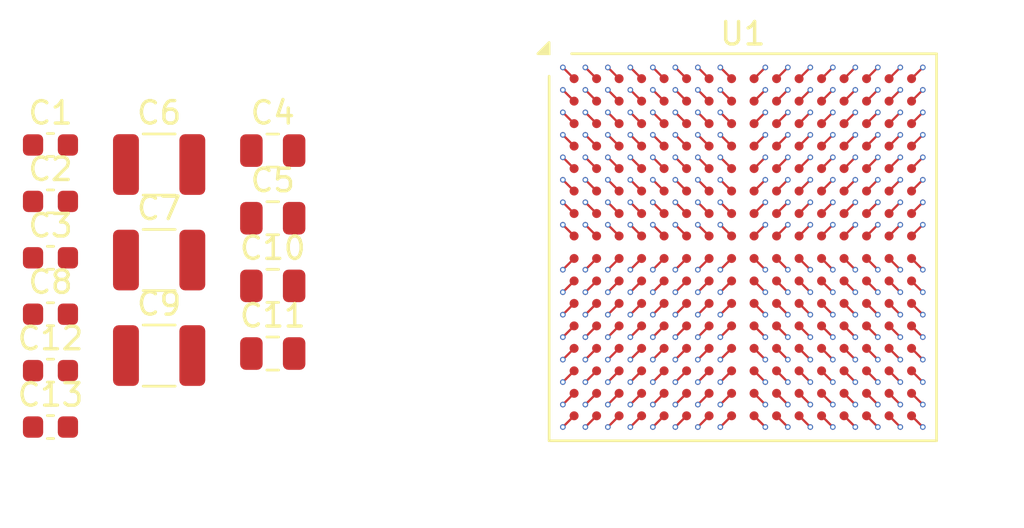
<source format=kicad_pcb>
(kicad_pcb (version 20240108) (generator "pcbnew") (generator_version "8.0")
  (layers (0 "F.Cu" signal) (1 "In1.Cu" signal) (2 "In2.Cu" signal) (3 "In3.Cu" signal) (4 "In4.Cu" signal) (31 "B.Cu" signal) (34 "B.Paste" user) (35 "F.Paste" user) (36 "B.SilkS" user "B.Silkscreen") (37 "F.SilkS" user "F.Silkscreen") (38 "B.Mask" user) (39 "F.Mask" user) (44 "Edge.Cuts" user))
  (net 0 "")
  (net 1 "unconnected-(U1A-IO_25_15-PadG11)")
  (net 2 "GND")
  (net 3 "unconnected-(U1A-IO_L20N_T3_A19_15-PadH13)")
  (net 4 "unconnected-(U1B-IO_L5N_T0_34-PadP3)")
  (net 5 "VCCAUX")
  (net 6 "unconnected-(U1A-IO_L2N_T0_D03_14-PadK16)")
  (net 7 "unconnected-(U1C-INIT_B_0-PadK10)")
  (net 8 "unconnected-(U1A-IO_L17P_T2_A26_15-PadE16)")
  (net 9 "unconnected-(U1C-DXP_0-PadK8)")
  (net 10 "unconnected-(U1A-IO_L11P_T1_SRCC_15-PadC11)")
  (net 11 "unconnected-(U1B-IO_L19N_T3_VREF_35-PadJ4)")
  (net 12 "unconnected-(U1B-IO_L9P_T1_DQS_AD7P_35-PadC1)")
  (net 13 "unconnected-(U1A-IO_L1P_T0_AD0P_15-PadC8)")
  (net 14 "unconnected-(U1A-IO_L7N_T1_AD2N_15-PadA14)")
  (net 15 "unconnected-(U1C-TDO_0-PadN8)")
  (net 16 "unconnected-(U1A-VCCO_14-PadM13)")
  (net 17 "unconnected-(U1B-IO_L3N_T0_DQS_34-PadN2)")
  (net 18 "unconnected-(U1A-IO_L16N_T2_A27_15-PadF13)")
  (net 19 "unconnected-(U1C-DONE_0-PadH10)")
  (net 20 "unconnected-(U1B-VCCO_34-PadR4)")
  (net 21 "unconnected-(U1A-IO_L14P_T2_SRCC_15-PadE11)")
  (net 22 "unconnected-(U1A-IO_L24N_T3_A00_D16_14-PadR7)")
  (net 23 "unconnected-(U1A-VCCO_15-PadE14)")
  (net 24 "unconnected-(U1A-IO_L22P_T3_A17_15-PadH16)")
  (net 25 "unconnected-(U1B-IO_L15P_T2_DQS_35-PadF2)")
  (net 26 "unconnected-(U1A-IO_L10N_T1_D15_14-PadT15)")
  (net 27 "unconnected-(U1B-IO_L6P_T0_35-PadD6)")
  (net 28 "unconnected-(U1B-IO_L1P_T0_34-PadL4)")
  (net 29 "VCCINT")
  (net 30 "unconnected-(U1B-VCCO_34-PadM3)")
  (net 31 "unconnected-(U1B-IO_L2N_T0_34-PadM1)")
  (net 32 "unconnected-(U1B-IO_L2N_T0_AD12N_35-PadB5)")
  (net 33 "unconnected-(U1A-IO_L19N_T3_A09_D25_VREF_14-PadN6)")
  (net 34 "unconnected-(U1B-IO_L24P_T3_35-PadK3)")
  (net 35 "unconnected-(U1D-VCCBATT_0-PadF8)")
  (net 36 "unconnected-(U1B-IO_L3N_T0_DQS_AD5N_35-PadA4)")
  (net 37 "unconnected-(U1A-IO_L12P_T1_MRCC_15-PadD13)")
  (net 38 "unconnected-(U1A-IO_L23N_T3_A02_D18_14-PadT5)")
  (net 39 "unconnected-(U1B-IO_L2P_T0_AD12P_35-PadB6)")
  (net 40 "unconnected-(U1B-VCCO_34-PadT1)")
  (net 41 "unconnected-(U1C-CCLK_0-PadE8)")
  (net 42 "unconnected-(U1B-IO_L18N_T2_35-PadH4)")
  (net 43 "unconnected-(U1A-IO_L22N_T3_A16_15-PadG16)")
  (net 44 "unconnected-(U1B-VCCO_35-PadF1)")
  (net 45 "unconnected-(U1B-IO_L3P_T0_DQS_34-PadN3)")
  (net 46 "unconnected-(U1A-VCCO_15-PadH15)")
  (net 47 "unconnected-(U1A-VCCO_15-PadB13)")
  (net 48 "unconnected-(U1A-IO_L12N_T1_MRCC_15-PadC13)")
  (net 49 "unconnected-(U1C-VP_0-PadH8)")
  (net 50 "unconnected-(U1B-IO_L19P_T3_35-PadJ5)")
  (net 51 "unconnected-(U1A-IO_25_14-PadP6)")
  (net 52 "unconnected-(U1A-IO_L22P_T3_A05_D21_14-PadT9)")
  (net 53 "unconnected-(U1A-IO_L7N_T1_D10_14-PadN16)")
  (net 54 "unconnected-(U1A-IO_L15P_T2_DQS_RDWR_B_14-PadR12)")
  (net 55 "unconnected-(U1A-IO_L16P_T2_A28_15-PadF12)")
  (net 56 "unconnected-(U1A-IO_L13N_T2_MRCC_14-PadN12)")
  (net 57 "unconnected-(U1A-IO_L3P_T0_DQS_PUDC_B_14-PadL15)")
  (net 58 "unconnected-(U1A-IO_L4P_T0_15-PadB10)")
  (net 59 "unconnected-(U1C-TMS_0-PadM7)")
  (net 60 "unconnected-(U1A-IO_L1N_T0_AD0N_15-PadC9)")
  (net 61 "unconnected-(U1A-VCCO_14-PadN10)")
  (net 62 "unconnected-(U1A-IO_L9P_T1_DQS_AD3P_15-PadB15)")
  (net 63 "unconnected-(U1B-IO_L7P_T1_AD6P_35-PadC3)")
  (net 64 "unconnected-(U1B-IO_L7P_T1_34-PadR2)")
  (net 65 "unconnected-(U1A-IO_L18N_T2_A11_D27_14-PadP9)")
  (net 66 "unconnected-(U1A-IO_L5N_T0_D07_14-PadL13)")
  (net 67 "unconnected-(U1B-IO_L9N_T1_DQS_34-PadT3)")
  (net 68 "unconnected-(U1B-IO_L4P_T0_34-PadN1)")
  (net 69 "unconnected-(U1A-IO_L10N_T1_AD11N_15-PadB16)")
  (net 70 "unconnected-(U1A-IO_L14N_T2_SRCC_14-PadP11)")
  (net 71 "unconnected-(U1A-IO_L13P_T2_MRCC_14-PadN11)")
  (net 72 "unconnected-(U1A-IO_L10P_T1_AD11P_15-PadC16)")
  (net 73 "unconnected-(U1B-IO_L22N_T3_35-PadJ1)")
  (net 74 "unconnected-(U1B-IO_L13N_T2_MRCC_35-PadE5)")
  (net 75 "unconnected-(U1B-IO_25_35-PadK5)")
  (net 76 "unconnected-(U1B-IO_L6P_T0_34-PadM5)")
  (net 77 "unconnected-(U1B-IO_L16P_T2_35-PadG5)")
  (net 78 "unconnected-(U1B-IO_L5P_T0_AD13P_35-PadC7)")
  (net 79 "unconnected-(U1A-IO_L22N_T3_A04_D20_14-PadT10)")
  (net 80 "unconnected-(U1B-IO_L7N_T1_34-PadR1)")
  (net 81 "unconnected-(U1D-VCCADC_0-PadG8)")
  (net 82 "unconnected-(U1A-IO_L1P_T0_D00_MOSI_14-PadJ13)")
  (net 83 "unconnected-(U1B-IO_L4N_T0_35-PadA3)")
  (net 84 "unconnected-(U1C-CFGBVS_0-PadE7)")
  (net 85 "unconnected-(U1A-IO_L15P_T2_DQS_15-PadD14)")
  (net 86 "unconnected-(U1A-IO_L21N_T3_DQS_A18_15-PadF14)")
  (net 87 "unconnected-(U1B-IO_L8P_T1_AD14P_35-PadB2)")
  (net 88 "unconnected-(U1A-IO_L9P_T1_DQS_14-PadR15)")
  (net 89 "unconnected-(U1A-IO_L5P_T0_D06_14-PadK13)")
  (net 90 "unconnected-(U1D-GNDADC_0-PadG7)")
  (net 91 "unconnected-(U1A-IO_L16N_T2_A15_D31_14-PadT13)")
  (net 92 "unconnected-(U1B-VCCO_35-PadE4)")
  (net 93 "unconnected-(U1B-IO_L5P_T0_34-PadP4)")
  (net 94 "unconnected-(U1A-IO_L18P_T2_A12_D28_14-PadN9)")
  (net 95 "unconnected-(U1A-IO_L7P_T1_D09_14-PadM16)")
  (net 96 "unconnected-(U1B-IO_L18P_T2_35-PadH5)")
  (net 97 "unconnected-(U1B-IO_L24N_T3_35-PadK2)")
  (net 98 "unconnected-(U1B-VCCO_35-PadJ2)")
  (net 99 "unconnected-(U1B-IO_L15N_T2_DQS_35-PadE1)")
  (net 100 "unconnected-(U1B-IO_L12P_T1_MRCC_35-PadD4)")
  (net 101 "unconnected-(U1B-IO_L5N_T0_AD13N_35-PadC6)")
  (net 102 "unconnected-(U1A-IO_L23N_T3_FWE_B_15-PadJ16)")
  (net 103 "unconnected-(U1B-IO_L12N_T1_MRCC_35-PadC4)")
  (net 104 "unconnected-(U1A-IO_L4N_T0_15-PadB11)")
  (net 105 "unconnected-(U1A-IO_L11N_T1_SRCC_15-PadC12)")
  (net 106 "unconnected-(U1A-IO_0_15-PadD10)")
  (net 107 "unconnected-(U1A-IO_L5N_T0_AD9N_15-PadA12)")
  (net 108 "unconnected-(U1A-IO_L24P_T3_A01_D17_14-PadR6)")
  (net 109 "unconnected-(U1B-IO_L1N_T0_AD4N_35-PadA7)")
  (net 110 "unconnected-(U1B-VCCO_35-PadD7)")
  (net 111 "unconnected-(U1A-IO_L8P_T1_D11_14-PadP15)")
  (net 112 "unconnected-(U1A-IO_L14P_T2_SRCC_14-PadP10)")
  (net 113 "unconnected-(U1A-IO_L15N_T2_DQS_ADV_B_15-PadD15)")
  (net 114 "unconnected-(U1A-IO_L1N_T0_D01_DIN_14-PadJ14)")
  (net 115 "unconnected-(U1A-VCCO_14-PadT11)")
  (net 116 "unconnected-(U1C-PROGRAM_B_0-PadL9)")
  (net 117 "unconnected-(U1A-IO_L18P_T2_A24_15-PadF15)")
  (net 118 "unconnected-(U1B-IO_L8P_T1_34-PadR3)")
  (net 119 "unconnected-(U1B-IO_L9N_T1_DQS_AD7N_35-PadB1)")
  (net 120 "unconnected-(U1A-VCCO_15-PadA16)")
  (net 121 "unconnected-(U1A-IO_L9N_T1_DQS_AD3N_15-PadA15)")
  (net 122 "unconnected-(U1A-VCCO_15-PadJ12)")
  (net 123 "unconnected-(U1B-VCCO_35-PadB3)")
  (net 124 "unconnected-(U1A-IO_L20P_T3_A08_D24_14-PadP8)")
  (net 125 "unconnected-(U1A-VCCO_14-PadL16)")
  (net 126 "unconnected-(U1B-IO_L23P_T3_35-PadL3)")
  (net 127 "unconnected-(U1A-IO_0_14-PadK12)")
  (net 128 "unconnected-(U1A-IO_L24N_T3_RS0_15-PadG15)")
  (net 129 "unconnected-(U1C-M2_0-PadM11)")
  (net 130 "unconnected-(U1A-IO_L19P_T3_A10_D26_14-PadM6)")
  (net 131 "unconnected-(U1B-IO_L17N_T2_35-PadG1)")
  (net 132 "unconnected-(U1B-IO_L3P_T0_DQS_AD5P_35-PadA5)")
  (net 133 "unconnected-(U1A-IO_L8N_T1_AD10N_15-PadB14)")
  (net 134 "unconnected-(U1B-IO_L20P_T3_35-PadH2)")
  (net 135 "unconnected-(U1B-IO_L1P_T0_AD4P_35-PadB7)")
  (net 136 "unconnected-(U1A-IO_L10P_T1_D14_14-PadT14)")
  (net 137 "unconnected-(U1A-IO_L11P_T1_SRCC_14-PadN13)")
  (net 138 "unconnected-(U1A-IO_L3P_T0_DQS_AD1P_15-PadB9)")
  (net 139 "unconnected-(U1A-IO_L6N_T0_D08_VREF_14-PadM12)")
  (net 140 "unconnected-(U1B-IO_L23N_T3_35-PadL2)")
  (net 141 "unconnected-(U1B-IO_L1N_T0_34-PadM4)")
  (net 142 "unconnected-(U1A-IO_L21P_T3_DQS_14-PadT7)")
  (net 143 "unconnected-(U1A-IO_L11N_T1_SRCC_14-PadP13)")
  (net 144 "unconnected-(U1A-IO_L16P_T2_CSI_B_14-PadR13)")
  (net 145 "unconnected-(U1A-IO_L18N_T2_A23_15-PadE15)")
  (net 146 "unconnected-(U1A-IO_L12P_T1_MRCC_14-PadN14)")
  (net 147 "unconnected-(U1A-IO_L4N_T0_D05_14-PadM14)")
  (net 148 "unconnected-(U1C-DXN_0-PadK7)")
  (net 149 "unconnected-(U1B-IO_L6N_T0_VREF_35-PadD5)")
  (net 150 "unconnected-(U1A-IO_L7P_T1_AD2P_15-PadA13)")
  (net 151 "unconnected-(U1B-IO_L4P_T0_35-PadB4)")
  (net 152 "unconnected-(U1B-IO_L11P_T1_SRCC_35-PadE3)")
  (net 153 "unconnected-(U1C-VN_0-PadJ7)")
  (net 154 "unconnected-(U1A-IO_L21N_T3_DQS_A06_D22_14-PadT8)")
  (net 155 "unconnected-(U1A-IO_L20N_T3_A07_D23_14-PadR8)")
  (net 156 "unconnected-(U1A-IO_L17P_T2_A14_D30_14-PadR10)")
  (net 157 "unconnected-(U1A-IO_L2P_T0_D02_14-PadK15)")
  (net 158 "unconnected-(U1A-IO_L9N_T1_DQS_D13_14-PadR16)")
  (net 159 "unconnected-(U1B-IO_L22P_T3_35-PadK1)")
  (net 160 "unconnected-(U1A-IO_L13N_T2_MRCC_15-PadE13)")
  (net 161 "unconnected-(U1A-IO_L3N_T0_DQS_AD1N_15-PadA10)")
  (net 162 "unconnected-(U1C-VREFP_0-PadJ8)")
  (net 163 "unconnected-(U1A-IO_L20P_T3_A20_15-PadH12)")
  (net 164 "unconnected-(U1A-VCCO_15-PadC10)")
  (net 165 "unconnected-(U1B-IO_L13P_T2_MRCC_35-PadF5)")
  (net 166 "unconnected-(U1A-IO_L19N_T3_A21_VREF_15-PadG12)")
  (net 167 "unconnected-(U1B-IO_L14P_T2_SRCC_35-PadF4)")
  (net 168 "unconnected-(U1B-IO_L10N_T1_AD15N_35-PadD1)")
  (net 169 "unconnected-(U1A-IO_L6P_T0_15-PadD8)")
  (net 170 "unconnected-(U1B-IO_L4N_T0_34-PadP1)")
  (net 171 "unconnected-(U1A-IO_L6N_T0_VREF_15-PadD9)")
  (net 172 "unconnected-(U1B-IO_L20N_T3_35-PadH1)")
  (net 173 "unconnected-(U1A-VCCO_14-PadR14)")
  (net 174 "unconnected-(U1A-IO_L6P_T0_FCS_B_14-PadL12)")
  (net 175 "unconnected-(U1B-VCCO_35-PadA6)")
  (net 176 "unconnected-(U1B-IO_L8N_T1_AD14N_35-PadA2)")
  (net 177 "unconnected-(U1A-IO_L2P_T0_AD8P_15-PadA8)")
  (net 178 "unconnected-(U1B-IO_0_35-PadE6)")
  (net 179 "unconnected-(U1C-VCCO_0-PadL6)")
  (net 180 "unconnected-(U1A-IO_L8P_T1_AD10P_15-PadC14)")
  (net 181 "unconnected-(U1B-IO_L17P_T2_35-PadG2)")
  (net 182 "unconnected-(U1A-IO_L24P_T3_RS1_15-PadH14)")
  (net 183 "unconnected-(U1B-IO_L7N_T1_AD6N_35-PadC2)")
  (net 184 "unconnected-(U1C-M1_0-PadM10)")
  (net 185 "unconnected-(U1A-IO_L3N_T0_DQS_EMCCLK_14-PadM15)")
  (net 186 "unconnected-(U1B-IO_L6N_T0_VREF_34-PadN4)")
  (net 187 "unconnected-(U1C-VREFN_0-PadH7)")
  (net 188 "unconnected-(U1B-IO_L14N_T2_SRCC_35-PadF3)")
  (net 189 "unconnected-(U1A-IO_L8N_T1_D12_14-PadP16)")
  (net 190 "unconnected-(U1C-M0_0-PadM9)")
  (net 191 "unconnected-(U1A-IO_L21P_T3_DQS_15-PadG14)")
  (net 192 "unconnected-(U1B-IO_L10P_T1_34-PadP5)")
  (net 193 "unconnected-(U1B-IO_L8N_T1_34-PadT2)")
  (net 194 "unconnected-(U1B-IO_L21P_T3_DQS_35-PadJ3)")
  (net 195 "unconnected-(U1A-IO_L23P_T3_A03_D19_14-PadR5)")
  (net 196 "unconnected-(U1B-IO_0_34-PadL5)")
  (net 197 "unconnected-(U1A-IO_L5P_T0_AD9P_15-PadB12)")
  (net 198 "unconnected-(U1A-IO_L19P_T3_A22_15-PadH11)")
  (net 199 "unconnected-(U1A-IO_L12N_T1_MRCC_14-PadP14)")
  (net 200 "unconnected-(U1A-IO_L17N_T2_A25_15-PadD16)")
  (net 201 "unconnected-(U1A-VCCO_14-PadP7)")
  (net 202 "unconnected-(U1C-TCK_0-PadL7)")
  (net 203 "unconnected-(U1B-IO_L10P_T1_AD15P_35-PadE2)")
  (net 204 "unconnected-(U1A-IO_L2N_T0_AD8N_15-PadA9)")
  (net 205 "unconnected-(U1B-IO_L21N_T3_DQS_35-PadH3)")
  (net 206 "unconnected-(U1B-IO_L9P_T1_DQS_34-PadT4)")
  (net 207 "unconnected-(U1C-TDI_0-PadN7)")
  (net 208 "unconnected-(U1A-IO_L14N_T2_SRCC_15-PadD11)")
  (net 209 "unconnected-(U1A-IO_L17N_T2_A13_D29_14-PadR11)")
  (net 210 "unconnected-(U1B-IO_L11N_T1_SRCC_35-PadD3)")
  (net 211 "unconnected-(U1B-IO_L16N_T2_35-PadG4)")
  (net 212 "unconnected-(U1B-IO_L2P_T0_34-PadM2)")
  (net 213 "unconnected-(U1A-IO_L15N_T2_DQS_DOUT_CSO_B_14-PadT12)")
  (net 214 "unconnected-(U1A-IO_L4P_T0_D04_14-PadL14)")
  (net 215 "unconnected-(U1A-IO_L23P_T3_FOE_B_15-PadJ15)")
  (net 216 "unconnected-(U1A-IO_L13P_T2_MRCC_15-PadE12)")
  (net 217 "VCCBRAM")
  (footprint "Capacitor_SMD:C_0805_2012Metric" (layer "F.Cu") (at 176.605 73.2)
    (property "Reference" "C4")
    (property "Value" "4.7u")
  )
  (footprint "Capacitor_SMD:C_0805_2012Metric" (layer "F.Cu") (at 176.605 76.21)
    (property "Reference" "C5")
    (property "Value" "4.7u")
  )
  (footprint "Capacitor_SMD:C_0805_2012Metric" (layer "F.Cu") (at 176.605 79.22)
    (property "Reference" "C10")
    (property "Value" "4.7u")
  )
  (footprint "Capacitor_SMD:C_1210_3225Metric" (layer "F.Cu") (at 171.555 73.82)
    (property "Reference" "C6")
    (property "Value" "47u")
  )
  (footprint "Capacitor_SMD:C_0603_1608Metric" (layer "F.Cu") (at 166.725 80.48)
    (property "Reference" "C8")
    (property "Value" "0.47u")
  )
  (footprint "Capacitor_SMD:C_0805_2012Metric" (layer "F.Cu") (at 176.605 82.23)
    (property "Reference" "C11")
    (property "Value" "4.7u")
  )
  (footprint "Capacitor_SMD:C_0603_1608Metric" (layer "F.Cu") (at 166.725 77.97)
    (property "Reference" "C3")
    (property "Value" "0.47u")
  )
  (footprint "Capacitor_SMD:C_1210_3225Metric" (layer "F.Cu") (at 171.555 78.07)
    (property "Reference" "C7")
    (property "Value" "47u")
  )
  (footprint "Capacitor_SMD:C_0603_1608Metric" (layer "F.Cu") (at 166.725 72.95)
    (property "Reference" "C1")
    (property "Value" "0.47u")
  )
  (footprint "Capacitor_SMD:C_1210_3225Metric" (layer "F.Cu") (at 171.555 82.32)
    (property "Reference" "C9")
    (property "Value" "100u")
  )
  (footprint "Capacitor_SMD:C_0603_1608Metric" (layer "F.Cu") (at 166.725 85.5)
    (property "Reference" "C13")
    (property "Value" "0.47u")
  )
  (footprint "Capacitor_SMD:C_0603_1608Metric" (layer "F.Cu") (at 166.725 82.99)
    (property "Reference" "C12")
    (property "Value" "0.47u")
  )
  (footprint "Capacitor_SMD:C_0603_1608Metric" (layer "F.Cu") (at 166.725 75.46)
    (property "Reference" "C2")
    (property "Value" "0.47u")
  )
  (footprint "Package_BGA:Xilinx_FTG256" (layer "F.Cu") (at 197.5 77.5)
    (property "Reference" "U1")
    (property "Value" "XC7A15T-FTG256")
  )
  (segment (start 200 76) (end 200.5 75.5) (width 0.1) (layer "F.Cu") (net 1))
  (via (at 200.5 75.5) (size 0.25) (drill 0.15) (layers "F.Cu" "B.Cu") (net 1))
  (segment (start 191 73) (end 190.5 72.5) (width 0.1) (layer "F.Cu") (net 2))
  (segment (start 198 74) (end 198.5 73.5) (width 0.1) (layer "F.Cu") (net 2))
  (segment (start 198 84) (end 198.5 84.5) (width 0.1) (layer "F.Cu") (net 2))
  (segment (start 197 81) (end 196.5 81.5) (width 0.1) (layer "F.Cu") (net 2))
  (segment (start 195 85) (end 194.5 85.5) (width 0.1) (layer "F.Cu") (net 2))
  (segment (start 205 75) (end 205.5 74.5) (width 0.1) (layer "F.Cu") (net 2))
  (segment (start 204 72) (end 204.5 71.5) (width 0.1) (layer "F.Cu") (net 2))
  (segment (start 198 76) (end 198.5 75.5) (width 0.1) (layer "F.Cu") (net 2))
  (segment (start 197 71) (end 196.5 70.5) (width 0.1) (layer "F.Cu") (net 2))
  (segment (start 204 82) (end 204.5 82.5) (width 0.1) (layer "F.Cu") (net 2))
  (segment (start 201 83) (end 201.5 83.5) (width 0.1) (layer "F.Cu") (net 2))
  (segment (start 195 75) (end 194.5 74.5) (width 0.1) (layer "F.Cu") (net 2))
  (segment (start 200 78) (end 200.5 78.5) (width 0.1) (layer "F.Cu") (net 2))
  (segment (start 195 77) (end 194.5 76.5) (width 0.1) (layer "F.Cu") (net 2))
  (segment (start 205 85) (end 205.5 85.5) (width 0.1) (layer "F.Cu") (net 2))
  (segment (start 203 79) (end 203.5 79.5) (width 0.1) (layer "F.Cu") (net 2))
  (segment (start 190 70) (end 189.5 69.5) (width 0.1) (layer "F.Cu") (net 2))
  (segment (start 200 70) (end 200.5 69.5) (width 0.1) (layer "F.Cu") (net 2))
  (segment (start 198 78) (end 198.5 78.5) (width 0.1) (layer "F.Cu") (net 2))
  (segment (start 194 72) (end 193.5 71.5) (width 0.1) (layer "F.Cu") (net 2))
  (segment (start 194 82) (end 193.5 82.5) (width 0.1) (layer "F.Cu") (net 2))
  (segment (start 195 79) (end 194.5 79.5) (width 0.1) (layer "F.Cu") (net 2))
  (segment (start 201 73) (end 201.5 72.5) (width 0.1) (layer "F.Cu") (net 2))
  (segment (start 200 80) (end 200.5 80.5) (width 0.1) (layer "F.Cu") (net 2))
  (segment (start 193 79) (end 192.5 79.5) (width 0.1) (layer "F.Cu") (net 2))
  (segment (start 199 75) (end 199.5 74.5) (width 0.1) (layer "F.Cu") (net 2))
  (segment (start 192 76) (end 191.5 75.5) (width 0.1) (layer "F.Cu") (net 2))
  (segment (start 191 83) (end 190.5 83.5) (width 0.1) (layer "F.Cu") (net 2))
  (segment (start 202 76) (end 202.5 75.5) (width 0.1) (layer "F.Cu") (net 2))
  (segment (start 190 80) (end 189.5 80.5) (width 0.1) (layer "F.Cu") (net 2))
  (via (at 190.5 72.5) (size 0.25) (drill 0.15) (layers "F.Cu" "B.Cu") (net 2))
  (via (at 204.5 71.5) (size 0.25) (drill 0.15) (layers "F.Cu" "B.Cu") (net 2))
  (via (at 205.5 74.5) (size 0.25) (drill 0.15) (layers "F.Cu" "B.Cu") (net 2))
  (via (at 204.5 82.5) (size 0.25) (drill 0.15) (layers "F.Cu" "B.Cu") (net 2))
  (via (at 189.5 69.5) (size 0.25) (drill 0.15) (layers "F.Cu" "B.Cu") (net 2))
  (via (at 194.5 79.5) (size 0.25) (drill 0.15) (layers "F.Cu" "B.Cu") (net 2))
  (via (at 189.5 80.5) (size 0.25) (drill 0.15) (layers "F.Cu" "B.Cu") (net 2))
  (via (at 203.5 79.5) (size 0.25) (drill 0.15) (layers "F.Cu" "B.Cu") (net 2))
  (via (at 201.5 83.5) (size 0.25) (drill 0.15) (layers "F.Cu" "B.Cu") (net 2))
  (via (at 200.5 78.5) (size 0.25) (drill 0.15) (layers "F.Cu" "B.Cu") (net 2))
  (via (at 196.5 81.5) (size 0.25) (drill 0.15) (layers "F.Cu" "B.Cu") (net 2))
  (via (at 190.5 83.5) (size 0.25) (drill 0.15) (layers "F.Cu" "B.Cu") (net 2))
  (via (at 192.5 79.5) (size 0.25) (drill 0.15) (layers "F.Cu" "B.Cu") (net 2))
  (via (at 200.5 69.5) (size 0.25) (drill 0.15) (layers "F.Cu" "B.Cu") (net 2))
  (via (at 198.5 75.5) (size 0.25) (drill 0.15) (layers "F.Cu" "B.Cu") (net 2))
  (via (at 199.5 74.5) (size 0.25) (drill 0.15) (layers "F.Cu" "B.Cu") (net 2))
  (via (at 205.5 85.5) (size 0.25) (drill 0.15) (layers "F.Cu" "B.Cu") (net 2))
  (via (at 198.5 84.5) (size 0.25) (drill 0.15) (layers "F.Cu" "B.Cu") (net 2))
  (via (at 193.5 71.5) (size 0.25) (drill 0.15) (layers "F.Cu" "B.Cu") (net 2))
  (via (at 194.5 76.5) (size 0.25) (drill 0.15) (layers "F.Cu" "B.Cu") (net 2))
  (via (at 191.5 75.5) (size 0.25) (drill 0.15) (layers "F.Cu" "B.Cu") (net 2))
  (via (at 193.5 82.5) (size 0.25) (drill 0.15) (layers "F.Cu" "B.Cu") (net 2))
  (via (at 201.5 72.5) (size 0.25) (drill 0.15) (layers "F.Cu" "B.Cu") (net 2))
  (via (at 198.5 78.5) (size 0.25) (drill 0.15) (layers "F.Cu" "B.Cu") (net 2))
  (via (at 194.5 85.5) (size 0.25) (drill 0.15) (layers "F.Cu" "B.Cu") (net 2))
  (via (at 202.5 75.5) (size 0.25) (drill 0.15) (layers "F.Cu" "B.Cu") (net 2))
  (via (at 194.5 74.5) (size 0.25) (drill 0.15) (layers "F.Cu" "B.Cu") (net 2))
  (via (at 198.5 73.5) (size 0.25) (drill 0.15) (layers "F.Cu" "B.Cu") (net 2))
  (via (at 200.5 80.5) (size 0.25) (drill 0.15) (layers "F.Cu" "B.Cu") (net 2))
  (via (at 196.5 70.5) (size 0.25) (drill 0.15) (layers "F.Cu" "B.Cu") (net 2))
  (segment (start 202 77) (end 202.5 76.5) (width 0.1) (layer "F.Cu") (net 3))
  (via (at 202.5 76.5) (size 0.25) (drill 0.15) (layers "F.Cu" "B.Cu") (net 3))
  (segment (start 192 83) (end 191.5 83.5) (width 0.1) (layer "F.Cu") (net 4))
  (via (at 191.5 83.5) (size 0.25) (drill 0.15) (layers "F.Cu" "B.Cu") (net 4))
  (segment (start 200 79) (end 200.5 79.5) (width 0.1) (layer "F.Cu") (net 5))
  (segment (start 199 78) (end 199.5 78.5) (width 0.1) (layer "F.Cu") (net 5))
  (segment (start 199 76) (end 199.5 75.5) (width 0.1) (layer "F.Cu") (net 5))
  (segment (start 199 80) (end 199.5 80.5) (width 0.1) (layer "F.Cu") (net 5))
  (via (at 199.5 78.5) (size 0.25) (drill 0.15) (layers "F.Cu" "B.Cu") (net 5))
  (via (at 199.5 80.5) (size 0.25) (drill 0.15) (layers "F.Cu" "B.Cu") (net 5))
  (via (at 200.5 79.5) (size 0.25) (drill 0.15) (layers "F.Cu" "B.Cu") (net 5))
  (via (at 199.5 75.5) (size 0.25) (drill 0.15) (layers "F.Cu" "B.Cu") (net 5))
  (segment (start 205 79) (end 205.5 79.5) (width 0.1) (layer "F.Cu") (net 6))
  (via (at 205.5 79.5) (size 0.25) (drill 0.15) (layers "F.Cu" "B.Cu") (net 6))
  (segment (start 199 79) (end 199.5 79.5) (width 0.1) (layer "F.Cu") (net 7))
  (via (at 199.5 79.5) (size 0.25) (drill 0.15) (layers "F.Cu" "B.Cu") (net 7))
  (segment (start 205 74) (end 205.5 73.5) (width 0.1) (layer "F.Cu") (net 8))
  (via (at 205.5 73.5) (size 0.25) (drill 0.15) (layers "F.Cu" "B.Cu") (net 8))
  (segment (start 197 79) (end 196.5 79.5) (width 0.1) (layer "F.Cu") (net 9))
  (via (at 196.5 79.5) (size 0.25) (drill 0.15) (layers "F.Cu" "B.Cu") (net 9))
  (segment (start 200 72) (end 200.5 71.5) (width 0.1) (layer "F.Cu") (net 10))
  (via (at 200.5 71.5) (size 0.25) (drill 0.15) (layers "F.Cu" "B.Cu") (net 10))
  (segment (start 193 78) (end 192.5 78.5) (width 0.1) (layer "F.Cu") (net 11))
  (via (at 192.5 78.5) (size 0.25) (drill 0.15) (layers "F.Cu" "B.Cu") (net 11))
  (segment (start 190 72) (end 189.5 71.5) (width 0.1) (layer "F.Cu") (net 12))
  (via (at 189.5 71.5) (size 0.25) (drill 0.15) (layers "F.Cu" "B.Cu") (net 12))
  (segment (start 197 72) (end 196.5 71.5) (width 0.1) (layer "F.Cu") (net 13))
  (via (at 196.5 71.5) (size 0.25) (drill 0.15) (layers "F.Cu" "B.Cu") (net 13))
  (segment (start 203 70) (end 203.5 69.5) (width 0.1) (layer "F.Cu") (net 14))
  (via (at 203.5 69.5) (size 0.25) (drill 0.15) (layers "F.Cu" "B.Cu") (net 14))
  (segment (start 197 82) (end 196.5 82.5) (width 0.1) (layer "F.Cu") (net 15))
  (via (at 196.5 82.5) (size 0.25) (drill 0.15) (layers "F.Cu" "B.Cu") (net 15))
  (segment (start 202 81) (end 202.5 81.5) (width 0.1) (layer "F.Cu") (net 16))
  (via (at 202.5 81.5) (size 0.25) (drill 0.15) (layers "F.Cu" "B.Cu") (net 16))
  (segment (start 191 82) (end 190.5 82.5) (width 0.1) (layer "F.Cu") (net 17))
  (via (at 190.5 82.5) (size 0.25) (drill 0.15) (layers "F.Cu" "B.Cu") (net 17))
  (segment (start 202 75) (end 202.5 74.5) (width 0.1) (layer "F.Cu") (net 18))
  (via (at 202.5 74.5) (size 0.25) (drill 0.15) (layers "F.Cu" "B.Cu") (net 18))
  (segment (start 199 77) (end 199.5 76.5) (width 0.1) (layer "F.Cu") (net 19))
  (via (at 199.5 76.5) (size 0.25) (drill 0.15) (layers "F.Cu" "B.Cu") (net 19))
  (segment (start 193 84) (end 192.5 84.5) (width 0.1) (layer "F.Cu") (net 20))
  (via (at 192.5 84.5) (size 0.25) (drill 0.15) (layers "F.Cu" "B.Cu") (net 20))
  (segment (start 200 74) (end 200.5 73.5) (width 0.1) (layer "F.Cu") (net 21))
  (via (at 200.5 73.5) (size 0.25) (drill 0.15) (layers "F.Cu" "B.Cu") (net 21))
  (segment (start 196 84) (end 195.5 84.5) (width 0.1) (layer "F.Cu") (net 22))
  (via (at 195.5 84.5) (size 0.25) (drill 0.15) (layers "F.Cu" "B.Cu") (net 22))
  (segment (start 203 74) (end 203.5 73.5) (width 0.1) (layer "F.Cu") (net 23))
  (via (at 203.5 73.5) (size 0.25) (drill 0.15) (layers "F.Cu" "B.Cu") (net 23))
  (segment (start 205 77) (end 205.5 76.5) (width 0.1) (layer "F.Cu") (net 24))
  (via (at 205.5 76.5) (size 0.25) (drill 0.15) (layers "F.Cu" "B.Cu") (net 24))
  (segment (start 191 75) (end 190.5 74.5) (width 0.1) (layer "F.Cu") (net 25))
  (via (at 190.5 74.5) (size 0.25) (drill 0.15) (layers "F.Cu" "B.Cu") (net 25))
  (segment (start 204 85) (end 204.5 85.5) (width 0.1) (layer "F.Cu") (net 26))
  (via (at 204.5 85.5) (size 0.25) (drill 0.15) (layers "F.Cu" "B.Cu") (net 26))
  (segment (start 195 73) (end 194.5 72.5) (width 0.1) (layer "F.Cu") (net 27))
  (via (at 194.5 72.5) (size 0.25) (drill 0.15) (layers "F.Cu" "B.Cu") (net 27))
  (segment (start 193 80) (end 192.5 80.5) (width 0.1) (layer "F.Cu") (net 28))
  (via (at 192.5 80.5) (size 0.25) (drill 0.15) (layers "F.Cu" "B.Cu") (net 28))
  (segment (start 195 78) (end 194.5 78.5) (width 0.1) (layer "F.Cu") (net 29))
  (segment (start 195 76) (end 194.5 75.5) (width 0.1) (layer "F.Cu") (net 29))
  (segment (start 198 79) (end 198.5 79.5) (width 0.1) (layer "F.Cu") (net 29))
  (segment (start 196 75) (end 195.5 74.5) (width 0.1) (layer "F.Cu") (net 29))
  (segment (start 197 80) (end 196.5 80.5) (width 0.1) (layer "F.Cu") (net 29))
  (segment (start 198 75) (end 198.5 74.5) (width 0.1) (layer "F.Cu") (net 29))
  (segment (start 198 77) (end 198.5 76.5) (width 0.1) (layer "F.Cu") (net 29))
  (via (at 195.5 74.5) (size 0.25) (drill 0.15) (layers "F.Cu" "B.Cu") (net 29))
  (via (at 194.5 75.5) (size 0.25) (drill 0.15) (layers "F.Cu" "B.Cu") (net 29))
  (via (at 194.5 78.5) (size 0.25) (drill 0.15) (layers "F.Cu" "B.Cu") (net 29))
  (via (at 198.5 79.5) (size 0.25) (drill 0.15) (layers "F.Cu" "B.Cu") (net 29))
  (via (at 198.5 74.5) (size 0.25) (drill 0.15) (layers "F.Cu" "B.Cu") (net 29))
  (via (at 196.5 80.5) (size 0.25) (drill 0.15) (layers "F.Cu" "B.Cu") (net 29))
  (via (at 198.5 76.5) (size 0.25) (drill 0.15) (layers "F.Cu" "B.Cu") (net 29))
  (segment (start 192 81) (end 191.5 81.5) (width 0.1) (layer "F.Cu") (net 30))
  (via (at 191.5 81.5) (size 0.25) (drill 0.15) (layers "F.Cu" "B.Cu") (net 30))
  (segment (start 190 81) (end 189.5 81.5) (width 0.1) (layer "F.Cu") (net 31))
  (via (at 189.5 81.5) (size 0.25) (drill 0.15) (layers "F.Cu" "B.Cu") (net 31))
  (segment (start 194 71) (end 193.5 70.5) (width 0.1) (layer "F.Cu") (net 32))
  (via (at 193.5 70.5) (size 0.25) (drill 0.15) (layers "F.Cu" "B.Cu") (net 32))
  (segment (start 195 82) (end 194.5 82.5) (width 0.1) (layer "F.Cu") (net 33))
  (via (at 194.5 82.5) (size 0.25) (drill 0.15) (layers "F.Cu" "B.Cu") (net 33))
  (segment (start 192 79) (end 191.5 79.5) (width 0.1) (layer "F.Cu") (net 34))
  (via (at 191.5 79.5) (size 0.25) (drill 0.15) (layers "F.Cu" "B.Cu") (net 34))
  (segment (start 197 75) (end 196.5 74.5) (width 0.1) (layer "F.Cu") (net 35))
  (via (at 196.5 74.5) (size 0.25) (drill 0.15) (layers "F.Cu" "B.Cu") (net 35))
  (segment (start 193 70) (end 192.5 69.5) (width 0.1) (layer "F.Cu") (net 36))
  (via (at 192.5 69.5) (size 0.25) (drill 0.15) (layers "F.Cu" "B.Cu") (net 36))
  (segment (start 202 73) (end 202.5 72.5) (width 0.1) (layer "F.Cu") (net 37))
  (via (at 202.5 72.5) (size 0.25) (drill 0.15) (layers "F.Cu" "B.Cu") (net 37))
  (segment (start 194 85) (end 193.5 85.5) (width 0.1) (layer "F.Cu") (net 38))
  (via (at 193.5 85.5) (size 0.25) (drill 0.15) (layers "F.Cu" "B.Cu") (net 38))
  (segment (start 195 71) (end 194.5 70.5) (width 0.1) (layer "F.Cu") (net 39))
  (via (at 194.5 70.5) (size 0.25) (drill 0.15) (layers "F.Cu" "B.Cu") (net 39))
  (segment (start 190 85) (end 189.5 85.5) (width 0.1) (layer "F.Cu") (net 40))
  (via (at 189.5 85.5) (size 0.25) (drill 0.15) (layers "F.Cu" "B.Cu") (net 40))
  (segment (start 197 74) (end 196.5 73.5) (width 0.1) (layer "F.Cu") (net 41))
  (via (at 196.5 73.5) (size 0.25) (drill 0.15) (layers "F.Cu" "B.Cu") (net 41))
  (segment (start 193 77) (end 192.5 76.5) (width 0.1) (layer "F.Cu") (net 42))
  (via (at 192.5 76.5) (size 0.25) (drill 0.15) (layers "F.Cu" "B.Cu") (net 42))
  (segment (start 205 76) (end 205.5 75.5) (width 0.1) (layer "F.Cu") (net 43))
  (via (at 205.5 75.5) (size 0.25) (drill 0.15) (layers "F.Cu" "B.Cu") (net 43))
  (segment (start 190 75) (end 189.5 74.5) (width 0.1) (layer "F.Cu") (net 44))
  (via (at 189.5 74.5) (size 0.25) (drill 0.15) (layers "F.Cu" "B.Cu") (net 44))
  (segment (start 192 82) (end 191.5 82.5) (width 0.1) (layer "F.Cu") (net 45))
  (via (at 191.5 82.5) (size 0.25) (drill 0.15) (layers "F.Cu" "B.Cu") (net 45))
  (segment (start 204 77) (end 204.5 76.5) (width 0.1) (layer "F.Cu") (net 46))
  (via (at 204.5 76.5) (size 0.25) (drill 0.15) (layers "F.Cu" "B.Cu") (net 46))
  (segment (start 202 71) (end 202.5 70.5) (width 0.1) (layer "F.Cu") (net 47))
  (via (at 202.5 70.5) (size 0.25) (drill 0.15) (layers "F.Cu" "B.Cu") (net 47))
  (segment (start 202 72) (end 202.5 71.5) (width 0.1) (layer "F.Cu") (net 48))
  (via (at 202.5 71.5) (size 0.25) (drill 0.15) (layers "F.Cu" "B.Cu") (net 48))
  (segment (start 197 77) (end 196.5 76.5) (width 0.1) (layer "F.Cu") (net 49))
  (via (at 196.5 76.5) (size 0.25) (drill 0.15) (layers "F.Cu" "B.Cu") (net 49))
  (segment (start 194 78) (end 193.5 78.5) (width 0.1) (layer "F.Cu") (net 50))
  (via (at 193.5 78.5) (size 0.25) (drill 0.15) (layers "F.Cu" "B.Cu") (net 50))
  (segment (start 195 83) (end 194.5 83.5) (width 0.1) (layer "F.Cu") (net 51))
  (via (at 194.5 83.5) (size 0.25) (drill 0.15) (layers "F.Cu" "B.Cu") (net 51))
  (segment (start 198 85) (end 198.5 85.5) (width 0.1) (layer "F.Cu") (net 52))
  (via (at 198.5 85.5) (size 0.25) (drill 0.15) (layers "F.Cu" "B.Cu") (net 52))
  (segment (start 205 82) (end 205.5 82.5) (width 0.1) (layer "F.Cu") (net 53))
  (via (at 205.5 82.5) (size 0.25) (drill 0.15) (layers "F.Cu" "B.Cu") (net 53))
  (segment (start 201 84) (end 201.5 84.5) (width 0.1) (layer "F.Cu") (net 54))
  (via (at 201.5 84.5) (size 0.25) (drill 0.15) (layers "F.Cu" "B.Cu") (net 54))
  (segment (start 201 75) (end 201.5 74.5) (width 0.1) (layer "F.Cu") (net 55))
  (via (at 201.5 74.5) (size 0.25) (drill 0.15) (layers "F.Cu" "B.Cu") (net 55))
  (segment (start 201 82) (end 201.5 82.5) (width 0.1) (layer "F.Cu") (net 56))
  (via (at 201.5 82.5) (size 0.25) (drill 0.15) (layers "F.Cu" "B.Cu") (net 56))
  (segment (start 204 80) (end 204.5 80.5) (width 0.1) (layer "F.Cu") (net 57))
  (via (at 204.5 80.5) (size 0.25) (drill 0.15) (layers "F.Cu" "B.Cu") (net 57))
  (segment (start 199 71) (end 199.5 70.5) (width 0.1) (layer "F.Cu") (net 58))
  (via (at 199.5 70.5) (size 0.25) (drill 0.15) (layers "F.Cu" "B.Cu") (net 58))
  (segment (start 196 81) (end 195.5 81.5) (width 0.1) (layer "F.Cu") (net 59))
  (via (at 195.5 81.5) (size 0.25) (drill 0.15) (layers "F.Cu" "B.Cu") (net 59))
  (segment (start 198 72) (end 198.5 71.5) (width 0.1) (layer "F.Cu") (net 60))
  (via (at 198.5 71.5) (size 0.25) (drill 0.15) (layers "F.Cu" "B.Cu") (net 60))
  (segment (start 199 82) (end 199.5 82.5) (width 0.1) (layer "F.Cu") (net 61))
  (via (at 199.5 82.5) (size 0.25) (drill 0.15) (layers "F.Cu" "B.Cu") (net 61))
  (segment (start 204 71) (end 204.5 70.5) (width 0.1) (layer "F.Cu") (net 62))
  (via (at 204.5 70.5) (size 0.25) (drill 0.15) (layers "F.Cu" "B.Cu") (net 62))
  (segment (start 192 72) (end 191.5 71.5) (width 0.1) (layer "F.Cu") (net 63))
  (via (at 191.5 71.5) (size 0.25) (drill 0.15) (layers "F.Cu" "B.Cu") (net 63))
  (segment (start 191 84) (end 190.5 84.5) (width 0.1) (layer "F.Cu") (net 64))
  (via (at 190.5 84.5) (size 0.25) (drill 0.15) (layers "F.Cu" "B.Cu") (net 64))
  (segment (start 198 83) (end 198.5 83.5) (width 0.1) (layer "F.Cu") (net 65))
  (via (at 198.5 83.5) (size 0.25) (drill 0.15) (layers "F.Cu" "B.Cu") (net 65))
  (segment (start 202 80) (end 202.5 80.5) (width 0.1) (layer "F.Cu") (net 66))
  (via (at 202.5 80.5) (size 0.25) (drill 0.15) (layers "F.Cu" "B.Cu") (net 66))
  (segment (start 192 85) (end 191.5 85.5) (width 0.1) (layer "F.Cu") (net 67))
  (via (at 191.5 85.5) (size 0.25) (drill 0.15) (layers "F.Cu" "B.Cu") (net 67))
  (segment (start 190 82) (end 189.5 82.5) (width 0.1) (layer "F.Cu") (net 68))
  (via (at 189.5 82.5) (size 0.25) (drill 0.15) (layers "F.Cu" "B.Cu") (net 68))
  (segment (start 205 71) (end 205.5 70.5) (width 0.1) (layer "F.Cu") (net 69))
  (via (at 205.5 70.5) (size 0.25) (drill 0.15) (layers "F.Cu" "B.Cu") (net 69))
  (segment (start 200 83) (end 200.5 83.5) (width 0.1) (layer "F.Cu") (net 70))
  (via (at 200.5 83.5) (size 0.25) (drill 0.15) (layers "F.Cu" "B.Cu") (net 70))
  (segment (start 200 82) (end 200.5 82.5) (width 0.1) (layer "F.Cu") (net 71))
  (via (at 200.5 82.5) (size 0.25) (drill 0.15) (layers "F.Cu" "B.Cu") (net 71))
  (segment (start 205 72) (end 205.5 71.5) (width 0.1) (layer "F.Cu") (net 72))
  (via (at 205.5 71.5) (size 0.25) (drill 0.15) (layers "F.Cu" "B.Cu") (net 72))
  (segment (start 190 78) (end 189.5 78.5) (width 0.1) (layer "F.Cu") (net 73))
  (via (at 189.5 78.5) (size 0.25) (drill 0.15) (layers "F.Cu" "B.Cu") (net 73))
  (segment (start 194 74) (end 193.5 73.5) (width 0.1) (layer "F.Cu") (net 74))
  (via (at 193.5 73.5) (size 0.25) (drill 0.15) (layers "F.Cu" "B.Cu") (net 74))
  (segment (start 194 79) (end 193.5 79.5) (width 0.1) (layer "F.Cu") (net 75))
  (via (at 193.5 79.5) (size 0.25) (drill 0.15) (layers "F.Cu" "B.Cu") (net 75))
  (segment (start 194 81) (end 193.5 81.5) (width 0.1) (layer "F.Cu") (net 76))
  (via (at 193.5 81.5) (size 0.25) (drill 0.15) (layers "F.Cu" "B.Cu") (net 76))
  (segment (start 194 76) (end 193.5 75.5) (width 0.1) (layer "F.Cu") (net 77))
  (via (at 193.5 75.5) (size 0.25) (drill 0.15) (layers "F.Cu" "B.Cu") (net 77))
  (segment (start 196 72) (end 195.5 71.5) (width 0.1) (layer "F.Cu") (net 78))
  (via (at 195.5 71.5) (size 0.25) (drill 0.15) (layers "F.Cu" "B.Cu") (net 78))
  (segment (start 199 85) (end 199.5 85.5) (width 0.1) (layer "F.Cu") (net 79))
  (via (at 199.5 85.5) (size 0.25) (drill 0.15) (layers "F.Cu" "B.Cu") (net 79))
  (segment (start 190 84) (end 189.5 84.5) (width 0.1) (layer "F.Cu") (net 80))
  (via (at 189.5 84.5) (size 0.25) (drill 0.15) (layers "F.Cu" "B.Cu") (net 80))
  (segment (start 197 76) (end 196.5 75.5) (width 0.1) (layer "F.Cu") (net 81))
  (via (at 196.5 75.5) (size 0.25) (drill 0.15) (layers "F.Cu" "B.Cu") (net 81))
  (segment (start 202 78) (end 202.5 78.5) (width 0.1) (layer "F.Cu") (net 82))
  (via (at 202.5 78.5) (size 0.25) (drill 0.15) (layers "F.Cu" "B.Cu") (net 82))
  (segment (start 192 70) (end 191.5 69.5) (width 0.1) (layer "F.Cu") (net 83))
  (via (at 191.5 69.5) (size 0.25) (drill 0.15) (layers "F.Cu" "B.Cu") (net 83))
  (segment (start 196 74) (end 195.5 73.5) (width 0.1) (layer "F.Cu") (net 84))
  (via (at 195.5 73.5) (size 0.25) (drill 0.15) (layers "F.Cu" "B.Cu") (net 84))
  (segment (start 203 73) (end 203.5 72.5) (width 0.1) (layer "F.Cu") (net 85))
  (via (at 203.5 72.5) (size 0.25) (drill 0.15) (layers "F.Cu" "B.Cu") (net 85))
  (segment (start 203 75) (end 203.5 74.5) (width 0.1) (layer "F.Cu") (net 86))
  (via (at 203.5 74.5) (size 0.25) (drill 0.15) (layers "F.Cu" "B.Cu") (net 86))
  (segment (start 191 71) (end 190.5 70.5) (width 0.1) (layer "F.Cu") (net 87))
  (via (at 190.5 70.5) (size 0.25) (drill 0.15) (layers "F.Cu" "B.Cu") (net 87))
  (segment (start 204 84) (end 204.5 84.5) (width 0.1) (layer "F.Cu") (net 88))
  (via (at 204.5 84.5) (size 0.25) (drill 0.15) (layers "F.Cu" "B.Cu") (net 88))
  (segment (start 202 79) (end 202.5 79.5) (width 0.1) (layer "F.Cu") (net 89))
  (via (at 202.5 79.5) (size 0.25) (drill 0.15) (layers "F.Cu" "B.Cu") (net 89))
  (segment (start 196 76) (end 195.5 75.5) (width 0.1) (layer "F.Cu") (net 90))
  (via (at 195.5 75.5) (size 0.25) (drill 0.15) (layers "F.Cu" "B.Cu") (net 90))
  (segment (start 202 85) (end 202.5 85.5) (width 0.1) (layer "F.Cu") (net 91))
  (via (at 202.5 85.5) (size 0.25) (drill 0.15) (layers "F.Cu" "B.Cu") (net 91))
  (segment (start 193 74) (end 192.5 73.5) (width 0.1) (layer "F.Cu") (net 92))
  (via (at 192.5 73.5) (size 0.25) (drill 0.15) (layers "F.Cu" "B.Cu") (net 92))
  (segment (start 193 83) (end 192.5 83.5) (width 0.1) (layer "F.Cu") (net 93))
  (via (at 192.5 83.5) (size 0.25) (drill 0.15) (layers "F.Cu" "B.Cu") (net 93))
  (segment (start 198 82) (end 198.5 82.5) (width 0.1) (layer "F.Cu") (net 94))
  (via (at 198.5 82.5) (size 0.25) (drill 0.15) (layers "F.Cu" "B.Cu") (net 94))
  (segment (start 205 81) (end 205.5 81.5) (width 0.1) (layer "F.Cu") (net 95))
  (via (at 205.5 81.5) (size 0.25) (drill 0.15) (layers "F.Cu" "B.Cu") (net 95))
  (segment (start 194 77) (end 193.5 76.5) (width 0.1) (layer "F.Cu") (net 96))
  (via (at 193.5 76.5) (size 0.25) (drill 0.15) (layers "F.Cu" "B.Cu") (net 96))
  (segment (start 191 79) (end 190.5 79.5) (width 0.1) (layer "F.Cu") (net 97))
  (via (at 190.5 79.5) (size 0.25) (drill 0.15) (layers "F.Cu" "B.Cu") (net 97))
  (segment (start 191 78) (end 190.5 78.5) (width 0.1) (layer "F.Cu") (net 98))
  (via (at 190.5 78.5) (size 0.25) (drill 0.15) (layers "F.Cu" "B.Cu") (net 98))
  (segment (start 190 74) (end 189.5 73.5) (width 0.1) (layer "F.Cu") (net 99))
  (via (at 189.5 73.5) (size 0.25) (drill 0.15) (layers "F.Cu" "B.Cu") (net 99))
  (segment (start 193 73) (end 192.5 72.5) (width 0.1) (layer "F.Cu") (net 100))
  (via (at 192.5 72.5) (size 0.25) (drill 0.15) (layers "F.Cu" "B.Cu") (net 100))
  (segment (start 195 72) (end 194.5 71.5) (width 0.1) (layer "F.Cu") (net 101))
  (via (at 194.5 71.5) (size 0.25) (drill 0.15) (layers "F.Cu" "B.Cu") (net 101))
  (segment (start 205 78) (end 205.5 78.5) (width 0.1) (layer "F.Cu") (net 102))
  (via (at 205.5 78.5) (size 0.25) (drill 0.15) (layers "F.Cu" "B.Cu") (net 102))
  (segment (start 193 72) (end 192.5 71.5) (width 0.1) (layer "F.Cu") (net 103))
  (via (at 192.5 71.5) (size 0.25) (drill 0.15) (layers "F.Cu" "B.Cu") (net 103))
  (segment (start 200 71) (end 200.5 70.5) (width 0.1) (layer "F.Cu") (net 104))
  (via (at 200.5 70.5) (size 0.25) (drill 0.15) (layers "F.Cu" "B.Cu") (net 104))
  (segment (start 201 72) (end 201.5 71.5) (width 0.1) (layer "F.Cu") (net 105))
  (via (at 201.5 71.5) (size 0.25) (drill 0.15) (layers "F.Cu" "B.Cu") (net 105))
  (segment (start 199 73) (end 199.5 72.5) (width 0.1) (layer "F.Cu") (net 106))
  (via (at 199.5 72.5) (size 0.25) (drill 0.15) (layers "F.Cu" "B.Cu") (net 106))
  (segment (start 201 70) (end 201.5 69.5) (width 0.1) (layer "F.Cu") (net 107))
  (via (at 201.5 69.5) (size 0.25) (drill 0.15) (layers "F.Cu" "B.Cu") (net 107))
  (segment (start 195 84) (end 194.5 84.5) (width 0.1) (layer "F.Cu") (net 108))
  (via (at 194.5 84.5) (size 0.25) (drill 0.15) (layers "F.Cu" "B.Cu") (net 108))
  (segment (start 196 70) (end 195.5 69.5) (width 0.1) (layer "F.Cu") (net 109))
  (via (at 195.5 69.5) (size 0.25) (drill 0.15) (layers "F.Cu" "B.Cu") (net 109))
  (segment (start 196 73) (end 195.5 72.5) (width 0.1) (layer "F.Cu") (net 110))
  (via (at 195.5 72.5) (size 0.25) (drill 0.15) (layers "F.Cu" "B.Cu") (net 110))
  (segment (start 204 83) (end 204.5 83.5) (width 0.1) (layer "F.Cu") (net 111))
  (via (at 204.5 83.5) (size 0.25) (drill 0.15) (layers "F.Cu" "B.Cu") (net 111))
  (segment (start 199 83) (end 199.5 83.5) (width 0.1) (layer "F.Cu") (net 112))
  (via (at 199.5 83.5) (size 0.25) (drill 0.15) (layers "F.Cu" "B.Cu") (net 112))
  (segment (start 204 73) (end 204.5 72.5) (width 0.1) (layer "F.Cu") (net 113))
  (via (at 204.5 72.5) (size 0.25) (drill 0.15) (layers "F.Cu" "B.Cu") (net 113))
  (segment (start 203 78) (end 203.5 78.5) (width 0.1) (layer "F.Cu") (net 114))
  (via (at 203.5 78.5) (size 0.25) (drill 0.15) (layers "F.Cu" "B.Cu") (net 114))
  (segment (start 200 85) (end 200.5 85.5) (width 0.1) (layer "F.Cu") (net 115))
  (via (at 200.5 85.5) (size 0.25) (drill 0.15) (layers "F.Cu" "B.Cu") (net 115))
  (segment (start 198 80) (end 198.5 80.5) (width 0.1) (layer "F.Cu") (net 116))
  (via (at 198.5 80.5) (size 0.25) (drill 0.15) (layers "F.Cu" "B.Cu") (net 116))
  (segment (start 204 75) (end 204.5 74.5) (width 0.1) (layer "F.Cu") (net 117))
  (via (at 204.5 74.5) (size 0.25) (drill 0.15) (layers "F.Cu" "B.Cu") (net 117))
  (segment (start 192 84) (end 191.5 84.5) (width 0.1) (layer "F.Cu") (net 118))
  (via (at 191.5 84.5) (size 0.25) (drill 0.15) (layers "F.Cu" "B.Cu") (net 118))
  (segment (start 190 71) (end 189.5 70.5) (width 0.1) (layer "F.Cu") (net 119))
  (via (at 189.5 70.5) (size 0.25) (drill 0.15) (layers "F.Cu" "B.Cu") (net 119))
  (segment (start 205 70) (end 205.5 69.5) (width 0.1) (layer "F.Cu") (net 120))
  (via (at 205.5 69.5) (size 0.25) (drill 0.15) (layers "F.Cu" "B.Cu") (net 120))
  (segment (start 204 70) (end 204.5 69.5) (width 0.1) (layer "F.Cu") (net 121))
  (via (at 204.5 69.5) (size 0.25) (drill 0.15) (layers "F.Cu" "B.Cu") (net 121))
  (segment (start 201 78) (end 201.5 78.5) (width 0.1) (layer "F.Cu") (net 122))
  (via (at 201.5 78.5) (size 0.25) (drill 0.15) (layers "F.Cu" "B.Cu") (net 122))
  (segment (start 192 71) (end 191.5 70.5) (width 0.1) (layer "F.Cu") (net 123))
  (via (at 191.5 70.5) (size 0.25) (drill 0.15) (layers "F.Cu" "B.Cu") (net 123))
  (segment (start 197 83) (end 196.5 83.5) (width 0.1) (layer "F.Cu") (net 124))
  (via (at 196.5 83.5) (size 0.25) (drill 0.15) (layers "F.Cu" "B.Cu") (net 124))
  (segment (start 205 80) (end 205.5 80.5) (width 0.1) (layer "F.Cu") (net 125))
  (via (at 205.5 80.5) (size 0.25) (drill 0.15) (layers "F.Cu" "B.Cu") (net 125))
  (segment (start 192 80) (end 191.5 80.5) (width 0.1) (layer "F.Cu") (net 126))
  (via (at 191.5 80.5) (size 0.25) (drill 0.15) (layers "F.Cu" "B.Cu") (net 126))
  (segment (start 201 79) (end 201.5 79.5) (width 0.1) (layer "F.Cu") (net 127))
  (via (at 201.5 79.5) (size 0.25) (drill 0.15) (layers "F.Cu" "B.Cu") (net 127))
  (segment (start 204 76) (end 204.5 75.5) (width 0.1) (layer "F.Cu") (net 128))
  (via (at 204.5 75.5) (size 0.25) (drill 0.15) (layers "F.Cu" "B.Cu") (net 128))
  (segment (start 200 81) (end 200.5 81.5) (width 0.1) (layer "F.Cu") (net 129))
  (via (at 200.5 81.5) (size 0.25) (drill 0.15) (layers "F.Cu" "B.Cu") (net 129))
  (segment (start 195 81) (end 194.5 81.5) (width 0.1) (layer "F.Cu") (net 130))
  (via (at 194.5 81.5) (size 0.25) (drill 0.15) (layers "F.Cu" "B.Cu") (net 130))
  (segment (start 190 76) (end 189.5 75.5) (width 0.1) (layer "F.Cu") (net 131))
  (via (at 189.5 75.5) (size 0.25) (drill 0.15) (layers "F.Cu" "B.Cu") (net 131))
  (segment (start 194 70) (end 193.5 69.5) (width 0.1) (layer "F.Cu") (net 132))
  (via (at 193.5 69.5) (size 0.25) (drill 0.15) (layers "F.Cu" "B.Cu") (net 132))
  (segment (start 203 71) (end 203.5 70.5) (width 0.1) (layer "F.Cu") (net 133))
  (via (at 203.5 70.5) (size 0.25) (drill 0.15) (layers "F.Cu" "B.Cu") (net 133))
  (segment (start 191 77) (end 190.5 76.5) (width 0.1) (layer "F.Cu") (net 134))
  (via (at 190.5 76.5) (size 0.25) (drill 0.15) (layers "F.Cu" "B.Cu") (net 134))
  (segment (start 196 71) (end 195.5 70.5) (width 0.1) (layer "F.Cu") (net 135))
  (via (at 195.5 70.5) (size 0.25) (drill 0.15) (layers "F.Cu" "B.Cu") (net 135))
  (segment (start 203 85) (end 203.5 85.5) (width 0.1) (layer "F.Cu") (net 136))
  (via (at 203.5 85.5) (size 0.25) (drill 0.15) (layers "F.Cu" "B.Cu") (net 136))
  (segment (start 202 82) (end 202.5 82.5) (width 0.1) (layer "F.Cu") (net 137))
  (via (at 202.5 82.5) (size 0.25) (drill 0.15) (layers "F.Cu" "B.Cu") (net 137))
  (segment (start 198 71) (end 198.5 70.5) (width 0.1) (layer "F.Cu") (net 138))
  (via (at 198.5 70.5) (size 0.25) (drill 0.15) (layers "F.Cu" "B.Cu") (net 138))
  (segment (start 201 81) (end 201.5 81.5) (width 0.1) (layer "F.Cu") (net 139))
  (via (at 201.5 81.5) (size 0.25) (drill 0.15) (layers "F.Cu" "B.Cu") (net 139))
  (segment (start 191 80) (end 190.5 80.5) (width 0.1) (layer "F.Cu") (net 140))
  (via (at 190.5 80.5) (size 0.25) (drill 0.15) (layers "F.Cu" "B.Cu") (net 140))
  (segment (start 193 81) (end 192.5 81.5) (width 0.1) (layer "F.Cu") (net 141))
  (via (at 192.5 81.5) (size 0.25) (drill 0.15) (layers "F.Cu" "B.Cu") (net 141))
  (segment (start 196 85) (end 195.5 85.5) (width 0.1) (layer "F.Cu") (net 142))
  (via (at 195.5 85.5) (size 0.25) (drill 0.15) (layers "F.Cu" "B.Cu") (net 142))
  (segment (start 202 83) (end 202.5 83.5) (width 0.1) (layer "F.Cu") (net 143))
  (via (at 202.5 83.5) (size 0.25) (drill 0.15) (layers "F.Cu" "B.Cu") (net 143))
  (segment (start 202 84) (end 202.5 84.5) (width 0.1) (layer "F.Cu") (net 144))
  (via (at 202.5 84.5) (size 0.25) (drill 0.15) (layers "F.Cu" "B.Cu") (net 144))
  (segment (start 204 74) (end 204.5 73.5) (width 0.1) (layer "F.Cu") (net 145))
  (via (at 204.5 73.5) (size 0.25) (drill 0.15) (layers "F.Cu" "B.Cu") (net 145))
  (segment (start 203 82) (end 203.5 82.5) (width 0.1) (layer "F.Cu") (net 146))
  (via (at 203.5 82.5) (size 0.25) (drill 0.15) (layers "F.Cu" "B.Cu") (net 146))
  (segment (start 203 81) (end 203.5 81.5) (width 0.1) (layer "F.Cu") (net 147))
  (via (at 203.5 81.5) (size 0.25) (drill 0.15) (layers "F.Cu" "B.Cu") (net 147))
  (segment (start 196 79) (end 195.5 79.5) (width 0.1) (layer "F.Cu") (net 148))
  (via (at 195.5 79.5) (size 0.25) (drill 0.15) (layers "F.Cu" "B.Cu") (net 148))
  (segment (start 194 73) (end 193.5 72.5) (width 0.1) (layer "F.Cu") (net 149))
  (via (at 193.5 72.5) (size 0.25) (drill 0.15) (layers "F.Cu" "B.Cu") (net 149))
  (segment (start 202 70) (end 202.5 69.5) (width 0.1) (layer "F.Cu") (net 150))
  (via (at 202.5 69.5) (size 0.25) (drill 0.15) (layers "F.Cu" "B.Cu") (net 150))
  (segment (start 193 71) (end 192.5 70.5) (width 0.1) (layer "F.Cu") (net 151))
  (via (at 192.5 70.5) (size 0.25) (drill 0.15) (layers "F.Cu" "B.Cu") (net 151))
  (segment (start 192 74) (end 191.5 73.5) (width 0.1) (layer "F.Cu") (net 152))
  (via (at 191.5 73.5) (size 0.25) (drill 0.15) (layers "F.Cu" "B.Cu") (net 152))
  (segment (start 196 78) (end 195.5 78.5) (width 0.1) (layer "F.Cu") (net 153))
  (via (at 195.5 78.5) (size 0.25) (drill 0.15) (layers "F.Cu" "B.Cu") (net 153))
  (segment (start 197 85) (end 196.5 85.5) (width 0.1) (layer "F.Cu") (net 154))
  (via (at 196.5 85.5) (size 0.25) (drill 0.15) (layers "F.Cu" "B.Cu") (net 154))
  (segment (start 197 84) (end 196.5 84.5) (width 0.1) (layer "F.Cu") (net 155))
  (via (at 196.5 84.5) (size 0.25) (drill 0.15) (layers "F.Cu" "B.Cu") (net 155))
  (segment (start 199 84) (end 199.5 84.5) (width 0.1) (layer "F.Cu") (net 156))
  (via (at 199.5 84.5) (size 0.25) (drill 0.15) (layers "F.Cu" "B.Cu") (net 156))
  (segment (start 204 79) (end 204.5 79.5) (width 0.1) (layer "F.Cu") (net 157))
  (via (at 204.5 79.5) (size 0.25) (drill 0.15) (layers "F.Cu" "B.Cu") (net 157))
  (segment (start 205 84) (end 205.5 84.5) (width 0.1) (layer "F.Cu") (net 158))
  (via (at 205.5 84.5) (size 0.25) (drill 0.15) (layers "F.Cu" "B.Cu") (net 158))
  (segment (start 190 79) (end 189.5 79.5) (width 0.1) (layer "F.Cu") (net 159))
  (via (at 189.5 79.5) (size 0.25) (drill 0.15) (layers "F.Cu" "B.Cu") (net 159))
  (segment (start 202 74) (end 202.5 73.5) (width 0.1) (layer "F.Cu") (net 160))
  (via (at 202.5 73.5) (size 0.25) (drill 0.15) (layers "F.Cu" "B.Cu") (net 160))
  (segment (start 199 70) (end 199.5 69.5) (width 0.1) (layer "F.Cu") (net 161))
  (via (at 199.5 69.5) (size 0.25) (drill 0.15) (layers "F.Cu" "B.Cu") (net 161))
  (segment (start 197 78) (end 196.5 78.5) (width 0.1) (layer "F.Cu") (net 162))
  (via (at 196.5 78.5) (size 0.25) (drill 0.15) (layers "F.Cu" "B.Cu") (net 162))
  (segment (start 201 77) (end 201.5 76.5) (width 0.1) (layer "F.Cu") (net 163))
  (via (at 201.5 76.5) (size 0.25) (drill 0.15) (layers "F.Cu" "B.Cu") (net 163))
  (segment (start 199 72) (end 199.5 71.5) (width 0.1) (layer "F.Cu") (net 164))
  (via (at 199.5 71.5) (size 0.25) (drill 0.15) (layers "F.Cu" "B.Cu") (net 164))
  (segment (start 194 75) (end 193.5 74.5) (width 0.1) (layer "F.Cu") (net 165))
  (via (at 193.5 74.5) (size 0.25) (drill 0.15) (layers "F.Cu" "B.Cu") (net 165))
  (segment (start 201 76) (end 201.5 75.5) (width 0.1) (layer "F.Cu") (net 166))
  (via (at 201.5 75.5) (size 0.25) (drill 0.15) (layers "F.Cu" "B.Cu") (net 166))
  (segment (start 193 75) (end 192.5 74.5) (width 0.1) (layer "F.Cu") (net 167))
  (via (at 192.5 74.5) (size 0.25) (drill 0.15) (layers "F.Cu" "B.Cu") (net 167))
  (segment (start 190 73) (end 189.5 72.5) (width 0.1) (layer "F.Cu") (net 168))
  (via (at 189.5 72.5) (size 0.25) (drill 0.15) (layers "F.Cu" "B.Cu") (net 168))
  (segment (start 197 73) (end 196.5 72.5) (width 0.1) (layer "F.Cu") (net 169))
  (via (at 196.5 72.5) (size 0.25) (drill 0.15) (layers "F.Cu" "B.Cu") (net 169))
  (segment (start 190 83) (end 189.5 83.5) (width 0.1) (layer "F.Cu") (net 170))
  (via (at 189.5 83.5) (size 0.25) (drill 0.15) (layers "F.Cu" "B.Cu") (net 170))
  (segment (start 198 73) (end 198.5 72.5) (width 0.1) (layer "F.Cu") (net 171))
  (via (at 198.5 72.5) (size 0.25) (drill 0.15) (layers "F.Cu" "B.Cu") (net 171))
  (segment (start 190 77) (end 189.5 76.5) (width 0.1) (layer "F.Cu") (net 172))
  (via (at 189.5 76.5) (size 0.25) (drill 0.15) (layers "F.Cu" "B.Cu") (net 172))
  (segment (start 203 84) (end 203.5 84.5) (width 0.1) (layer "F.Cu") (net 173))
  (via (at 203.5 84.5) (size 0.25) (drill 0.15) (layers "F.Cu" "B.Cu") (net 173))
  (segment (start 201 80) (end 201.5 80.5) (width 0.1) (layer "F.Cu") (net 174))
  (via (at 201.5 80.5) (size 0.25) (drill 0.15) (layers "F.Cu" "B.Cu") (net 174))
  (segment (start 195 70) (end 194.5 69.5) (width 0.1) (layer "F.Cu") (net 175))
  (via (at 194.5 69.5) (size 0.25) (drill 0.15) (layers "F.Cu" "B.Cu") (net 175))
  (segment (start 191 70) (end 190.5 69.5) (width 0.1) (layer "F.Cu") (net 176))
  (via (at 190.5 69.5) (size 0.25) (drill 0.15) (layers "F.Cu" "B.Cu") (net 176))
  (segment (start 197 70) (end 196.5 69.5) (width 0.1) (layer "F.Cu") (net 177))
  (via (at 196.5 69.5) (size 0.25) (drill 0.15) (layers "F.Cu" "B.Cu") (net 177))
  (segment (start 195 74) (end 194.5 73.5) (width 0.1) (layer "F.Cu") (net 178))
  (via (at 194.5 73.5) (size 0.25) (drill 0.15) (layers "F.Cu" "B.Cu") (net 178))
  (segment (start 195 80) (end 194.5 80.5) (width 0.1) (layer "F.Cu") (net 179))
  (via (at 194.5 80.5) (size 0.25) (drill 0.15) (layers "F.Cu" "B.Cu") (net 179))
  (segment (start 203 72) (end 203.5 71.5) (width 0.1) (layer "F.Cu") (net 180))
  (via (at 203.5 71.5) (size 0.25) (drill 0.15) (layers "F.Cu" "B.Cu") (net 180))
  (segment (start 191 76) (end 190.5 75.5) (width 0.1) (layer "F.Cu") (net 181))
  (via (at 190.5 75.5) (size 0.25) (drill 0.15) (layers "F.Cu" "B.Cu") (net 181))
  (segment (start 203 77) (end 203.5 76.5) (width 0.1) (layer "F.Cu") (net 182))
  (via (at 203.5 76.5) (size 0.25) (drill 0.15) (layers "F.Cu" "B.Cu") (net 182))
  (segment (start 191 72) (end 190.5 71.5) (width 0.1) (layer "F.Cu") (net 183))
  (via (at 190.5 71.5) (size 0.25) (drill 0.15) (layers "F.Cu" "B.Cu") (net 183))
  (segment (start 199 81) (end 199.5 81.5) (width 0.1) (layer "F.Cu") (net 184))
  (via (at 199.5 81.5) (size 0.25) (drill 0.15) (layers "F.Cu" "B.Cu") (net 184))
  (segment (start 204 81) (end 204.5 81.5) (width 0.1) (layer "F.Cu") (net 185))
  (via (at 204.5 81.5) (size 0.25) (drill 0.15) (layers "F.Cu" "B.Cu") (net 185))
  (segment (start 193 82) (end 192.5 82.5) (width 0.1) (layer "F.Cu") (net 186))
  (via (at 192.5 82.5) (size 0.25) (drill 0.15) (layers "F.Cu" "B.Cu") (net 186))
  (segment (start 196 77) (end 195.5 76.5) (width 0.1) (layer "F.Cu") (net 187))
  (via (at 195.5 76.5) (size 0.25) (drill 0.15) (layers "F.Cu" "B.Cu") (net 187))
  (segment (start 192 75) (end 191.5 74.5) (width 0.1) (layer "F.Cu") (net 188))
  (via (at 191.5 74.5) (size 0.25) (drill 0.15) (layers "F.Cu" "B.Cu") (net 188))
  (segment (start 205 83) (end 205.5 83.5) (width 0.1) (layer "F.Cu") (net 189))
  (via (at 205.5 83.5) (size 0.25) (drill 0.15) (layers "F.Cu" "B.Cu") (net 189))
  (segment (start 198 81) (end 198.5 81.5) (width 0.1) (layer "F.Cu") (net 190))
  (via (at 198.5 81.5) (size 0.25) (drill 0.15) (layers "F.Cu" "B.Cu") (net 190))
  (segment (start 203 76) (end 203.5 75.5) (width 0.1) (layer "F.Cu") (net 191))
  (via (at 203.5 75.5) (size 0.25) (drill 0.15) (layers "F.Cu" "B.Cu") (net 191))
  (segment (start 194 83) (end 193.5 83.5) (width 0.1) (layer "F.Cu") (net 192))
  (via (at 193.5 83.5) (size 0.25) (drill 0.15) (layers "F.Cu" "B.Cu") (net 192))
  (segment (start 191 85) (end 190.5 85.5) (width 0.1) (layer "F.Cu") (net 193))
  (via (at 190.5 85.5) (size 0.25) (drill 0.15) (layers "F.Cu" "B.Cu") (net 193))
  (segment (start 192 78) (end 191.5 78.5) (width 0.1) (layer "F.Cu") (net 194))
  (via (at 191.5 78.5) (size 0.25) (drill 0.15) (layers "F.Cu" "B.Cu") (net 194))
  (segment (start 194 84) (end 193.5 84.5) (width 0.1) (layer "F.Cu") (net 195))
  (via (at 193.5 84.5) (size 0.25) (drill 0.15) (layers "F.Cu" "B.Cu") (net 195))
  (segment (start 194 80) (end 193.5 80.5) (width 0.1) (layer "F.Cu") (net 196))
  (via (at 193.5 80.5) (size 0.25) (drill 0.15) (layers "F.Cu" "B.Cu") (net 196))
  (segment (start 201 71) (end 201.5 70.5) (width 0.1) (layer "F.Cu") (net 197))
  (via (at 201.5 70.5) (size 0.25) (drill 0.15) (layers "F.Cu" "B.Cu") (net 197))
  (segment (start 200 77) (end 200.5 76.5) (width 0.1) (layer "F.Cu") (net 198))
  (via (at 200.5 76.5) (size 0.25) (drill 0.15) (layers "F.Cu" "B.Cu") (net 198))
  (segment (start 203 83) (end 203.5 83.5) (width 0.1) (layer "F.Cu") (net 199))
  (via (at 203.5 83.5) (size 0.25) (drill 0.15) (layers "F.Cu" "B.Cu") (net 199))
  (segment (start 205 73) (end 205.5 72.5) (width 0.1) (layer "F.Cu") (net 200))
  (via (at 205.5 72.5) (size 0.25) (drill 0.15) (layers "F.Cu" "B.Cu") (net 200))
  (segment (start 196 83) (end 195.5 83.5) (width 0.1) (layer "F.Cu") (net 201))
  (via (at 195.5 83.5) (size 0.25) (drill 0.15) (layers "F.Cu" "B.Cu") (net 201))
  (segment (start 196 80) (end 195.5 80.5) (width 0.1) (layer "F.Cu") (net 202))
  (via (at 195.5 80.5) (size 0.25) (drill 0.15) (layers "F.Cu" "B.Cu") (net 202))
  (segment (start 191 74) (end 190.5 73.5) (width 0.1) (layer "F.Cu") (net 203))
  (via (at 190.5 73.5) (size 0.25) (drill 0.15) (layers "F.Cu" "B.Cu") (net 203))
  (segment (start 198 70) (end 198.5 69.5) (width 0.1) (layer "F.Cu") (net 204))
  (via (at 198.5 69.5) (size 0.25) (drill 0.15) (layers "F.Cu" "B.Cu") (net 204))
  (segment (start 192 77) (end 191.5 76.5) (width 0.1) (layer "F.Cu") (net 205))
  (via (at 191.5 76.5) (size 0.25) (drill 0.15) (layers "F.Cu" "B.Cu") (net 205))
  (segment (start 193 85) (end 192.5 85.5) (width 0.1) (layer "F.Cu") (net 206))
  (via (at 192.5 85.5) (size 0.25) (drill 0.15) (layers "F.Cu" "B.Cu") (net 206))
  (segment (start 196 82) (end 195.5 82.5) (width 0.1) (layer "F.Cu") (net 207))
  (via (at 195.5 82.5) (size 0.25) (drill 0.15) (layers "F.Cu" "B.Cu") (net 207))
  (segment (start 200 73) (end 200.5 72.5) (width 0.1) (layer "F.Cu") (net 208))
  (via (at 200.5 72.5) (size 0.25) (drill 0.15) (layers "F.Cu" "B.Cu") (net 208))
  (segment (start 200 84) (end 200.5 84.5) (width 0.1) (layer "F.Cu") (net 209))
  (via (at 200.5 84.5) (size 0.25) (drill 0.15) (layers "F.Cu" "B.Cu") (net 209))
  (segment (start 192 73) (end 191.5 72.5) (width 0.1) (layer "F.Cu") (net 210))
  (via (at 191.5 72.5) (size 0.25) (drill 0.15) (layers "F.Cu" "B.Cu") (net 210))
  (segment (start 193 76) (end 192.5 75.5) (width 0.1) (layer "F.Cu") (net 211))
  (via (at 192.5 75.5) (size 0.25) (drill 0.15) (layers "F.Cu" "B.Cu") (net 211))
  (segment (start 191 81) (end 190.5 81.5) (width 0.1) (layer "F.Cu") (net 212))
  (via (at 190.5 81.5) (size 0.25) (drill 0.15) (layers "F.Cu" "B.Cu") (net 212))
  (segment (start 201 85) (end 201.5 85.5) (width 0.1) (layer "F.Cu") (net 213))
  (via (at 201.5 85.5) (size 0.25) (drill 0.15) (layers "F.Cu" "B.Cu") (net 213))
  (segment (start 203 80) (end 203.5 80.5) (width 0.1) (layer "F.Cu") (net 214))
  (via (at 203.5 80.5) (size 0.25) (drill 0.15) (layers "F.Cu" "B.Cu") (net 214))
  (segment (start 204 78) (end 204.5 78.5) (width 0.1) (layer "F.Cu") (net 215))
  (via (at 204.5 78.5) (size 0.25) (drill 0.15) (layers "F.Cu" "B.Cu") (net 215))
  (segment (start 201 74) (end 201.5 73.5) (width 0.1) (layer "F.Cu") (net 216))
  (via (at 201.5 73.5) (size 0.25) (drill 0.15) (layers "F.Cu" "B.Cu") (net 216))
  (segment (start 199 74) (end 199.5 73.5) (width 0.1) (layer "F.Cu") (net 217))
  (segment (start 200 75) (end 200.5 74.5) (width 0.1) (layer "F.Cu") (net 217))
  (via (at 200.5 74.5) (size 0.25) (drill 0.15) (layers "F.Cu" "B.Cu") (net 217))
  (via (at 199.5 73.5) (size 0.25) (drill 0.15) (layers "F.Cu" "B.Cu") (net 217))
)
</source>
